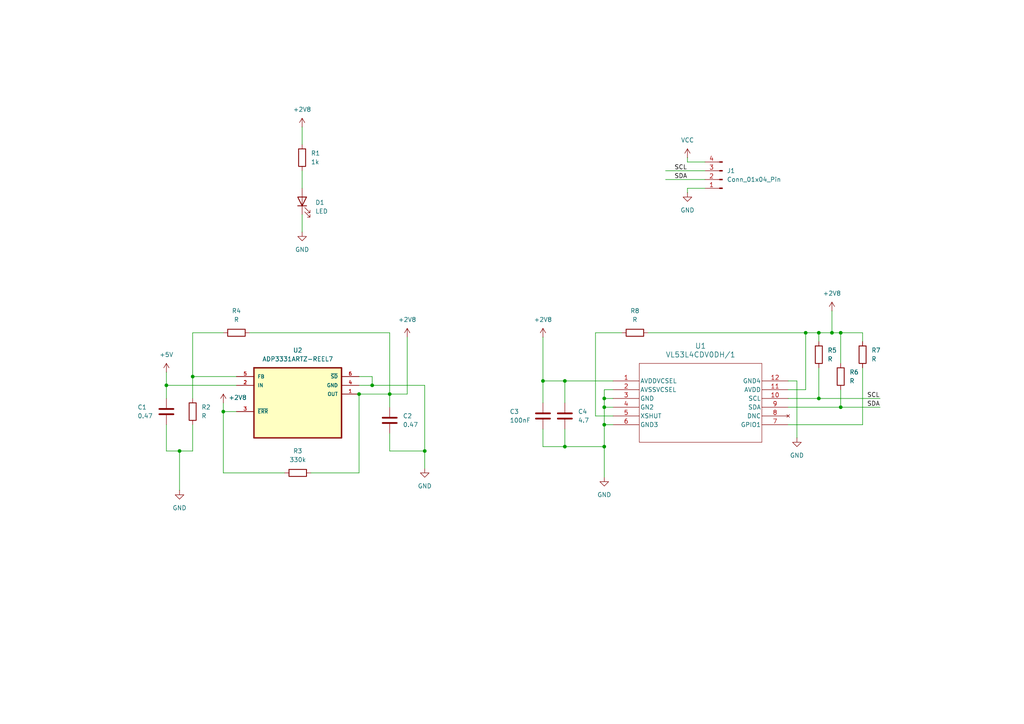
<source format=kicad_sch>
(kicad_sch (version 20250114) (generator "eeschema") (generator_version "9.0")
  (paper "A4")
  (lib_symbols
    (symbol "ADP3331ARTZ-REEL7:ADP3331ARTZ-REEL7" (pin_names (offset 1.016))
      (property "Reference" "U" (at -12.7 11.16 0))
      (property "Value" "ADP3331ARTZ-REEL7" (at -12.7 -14.16 0))
      (symbol "ADP3331ARTZ-REEL7_0_0"
        (rectangle (start -12.7 -10.16) (end 12.7 10.16) (stroke (width 0.41)) (fill (type background)))
        (pin input line (at -17.78 7.62 0) (length 5.08) (name "FB") (number "5"))
        (pin input line (at -17.78 5.08 0) (length 5.08) (name "IN") (number "2"))
        (pin bidirectional line (at -17.78 -2.54 0) (length 5.08) (name "~{ERR}") (number "3"))
        (pin output line (at 17.78 7.62 180) (length 5.08) (name "~{SD}") (number "6"))
        (pin output line (at 17.78 5.08 180) (length 5.08) (name "GND") (number "4"))
        (pin output line (at 17.78 2.54 180) (length 5.08) (name "OUT") (number "1"))
      )
    )
    (symbol "Connector:Conn_01x04_Pin" (pin_names (offset 1.016) (hide yes))
      (property "Reference" "J" (at 0 5.08 0))
      (property "Value" "Conn_01x04_Pin" (at 0 -7.62 0))
      (symbol "Conn_01x04_Pin_1_1"
        (rectangle (start 0.8636 2.667) (end 0 2.413) (stroke (width 0.1524)) (fill (type outline)))
        (rectangle (start 0.8636 0.127) (end 0 -0.127) (stroke (width 0.1524)) (fill (type outline)))
        (rectangle (start 0.8636 -2.413) (end 0 -2.667) (stroke (width 0.1524)) (fill (type outline)))
        (rectangle (start 0.8636 -4.953) (end 0 -5.207) (stroke (width 0.1524)) (fill (type outline)))
        (polyline (pts (xy 1.27 2.54) (xy 0.8636 2.54)) (stroke (width 0.1524)))
        (polyline (pts (xy 1.27 0) (xy 0.8636 0)) (stroke (width 0.1524)))
        (polyline (pts (xy 1.27 -2.54) (xy 0.8636 -2.54)) (stroke (width 0.1524)))
        (polyline (pts (xy 1.27 -5.08) (xy 0.8636 -5.08)) (stroke (width 0.1524)))
        (pin passive line (at 5.08 2.54 180) (length 3.81) (name "Pin_1") (number "1"))
        (pin passive line (at 5.08 0 180) (length 3.81) (name "Pin_2") (number "2"))
        (pin passive line (at 5.08 -2.54 180) (length 3.81) (name "Pin_3") (number "3"))
        (pin passive line (at 5.08 -5.08 180) (length 3.81) (name "Pin_4") (number "4"))
      )
    )
    (symbol "Device:C" (pin_numbers (hide yes)) (pin_names (offset 0.254))
      (property "Reference" "C" (at 0.635 2.54 0))
      (property "Value" "C" (at 0.635 -2.54 0))
      (symbol "C_0_1"
        (polyline (pts (xy -2.032 0.762) (xy 2.032 0.762)) (stroke (width 0.508)))
        (polyline (pts (xy -2.032 -0.762) (xy 2.032 -0.762)) (stroke (width 0.508)))
      )
      (symbol "C_1_1"
        (pin passive line (at 0 3.81 270) (length 2.794) (name "~") (number "1"))
        (pin passive line (at 0 -3.81 90) (length 2.794) (name "~") (number "2"))
      )
    )
    (symbol "Device:LED" (pin_numbers (hide yes)) (pin_names (offset 1.016) (hide yes))
      (property "Reference" "D" (at 0 2.54 0))
      (property "Value" "LED" (at 0 -2.54 0))
      (symbol "LED_0_1"
        (polyline (pts (xy -3.048 -0.762) (xy -4.572 -2.286) (xy -3.81 -2.286) (xy -4.572 -2.286) (xy -4.572 -1.524)))
        (polyline (pts (xy -1.778 -0.762) (xy -3.302 -2.286) (xy -2.54 -2.286) (xy -3.302 -2.286) (xy -3.302 -1.524)))
        (polyline (pts (xy -1.27 0) (xy 1.27 0)))
        (polyline (pts (xy -1.27 -1.27) (xy -1.27 1.27)) (stroke (width 0.254)))
        (polyline (pts (xy 1.27 -1.27) (xy 1.27 1.27) (xy -1.27 0) (xy 1.27 -1.27)) (stroke (width 0.254)))
      )
      (symbol "LED_1_1"
        (pin passive line (at -3.81 0 0) (length 2.54) (name "K") (number "1"))
        (pin passive line (at 3.81 0 180) (length 2.54) (name "A") (number "2"))
      )
    )
    (symbol "Device:R" (pin_numbers (hide yes)) (pin_names (offset 0))
      (property "Reference" "R" (at 2.032 0 90))
      (property "Value" "R" (at 0 0 90))
      (symbol "R_0_1"
        (rectangle (start -1.016 -2.54) (end 1.016 2.54) (stroke (width 0.254)))
      )
      (symbol "R_1_1"
        (pin passive line (at 0 3.81 270) (length 1.27) (name "~") (number "1"))
        (pin passive line (at 0 -3.81 90) (length 1.27) (name "~") (number "2"))
      )
    )
    (symbol "VL53L4CDV9DH/1:VL53L4CDV0DH_1" (pin_names (offset 0.254))
      (property "Reference" "U" (at 25.4 10.16 0))
      (property "Value" "VL53L4CDV0DH/1" (at 25.4 7.62 0))
      (symbol "VL53L4CDV0DH_1_0_1"
        (polyline (pts (xy 7.62 5.08) (xy 7.62 -17.78)) (stroke (width 0.127)))
        (polyline (pts (xy 7.62 -17.78) (xy 43.18 -17.78)) (stroke (width 0.127)))
        (polyline (pts (xy 43.18 5.08) (xy 7.62 5.08)) (stroke (width 0.127)))
        (polyline (pts (xy 43.18 -17.78) (xy 43.18 5.08)) (stroke (width 0.127)))
        (pin power_in line (at 0 0 0) (length 7.62) (name "AVDDVCSEL") (number "1"))
        (pin power_out line (at 0 -2.54 0) (length 7.62) (name "AVSSVCSEL") (number "2"))
        (pin power_out line (at 0 -5.08 0) (length 7.62) (name "GND") (number "3"))
        (pin power_out line (at 0 -7.62 0) (length 7.62) (name "GN2") (number "4"))
        (pin unspecified line (at 0 -10.16 0) (length 7.62) (name "XSHUT") (number "5"))
        (pin power_out line (at 0 -12.7 0) (length 7.62) (name "GND3") (number "6"))
        (pin power_out line (at 50.8 0 180) (length 7.62) (name "GND4") (number "12"))
        (pin power_in line (at 50.8 -2.54 180) (length 7.62) (name "AVDD") (number "11"))
        (pin bidirectional line (at 50.8 -5.08 180) (length 7.62) (name "SCL") (number "10"))
        (pin bidirectional line (at 50.8 -7.62 180) (length 7.62) (name "SDA") (number "9"))
        (pin no_connect line (at 50.8 -10.16 180) (length 7.62) (name "DNC") (number "8"))
        (pin bidirectional line (at 50.8 -12.7 180) (length 7.62) (name "GPIO1") (number "7"))
      )
    )
    (symbol "power:+2V8" (power) (pin_numbers (hide yes)) (pin_names (offset 0) (hide yes))
      (property "Value" "+2V8" (at 0 3.556 0))
      (symbol "+2V8_0_1"
        (polyline (pts (xy -0.762 1.27) (xy 0 2.54)))
        (polyline (pts (xy 0 2.54) (xy 0.762 1.27)))
        (polyline (pts (xy 0 0) (xy 0 2.54)))
      )
      (symbol "+2V8_1_1"
        (pin power_in line (at 0 0 90) (length 0) (name "~") (number "1"))
      )
    )
    (symbol "power:+5V" (power) (pin_numbers (hide yes)) (pin_names (offset 0) (hide yes))
      (property "Value" "+5V" (at 0 3.556 0))
      (symbol "+5V_0_1"
        (polyline (pts (xy -0.762 1.27) (xy 0 2.54)))
        (polyline (pts (xy 0 2.54) (xy 0.762 1.27)))
        (polyline (pts (xy 0 0) (xy 0 2.54)))
      )
      (symbol "+5V_1_1"
        (pin power_in line (at 0 0 90) (length 0) (name "~") (number "1"))
      )
    )
    (symbol "power:GND" (power) (pin_numbers (hide yes)) (pin_names (offset 0) (hide yes))
      (property "Value" "GND" (at 0 -3.81 0))
      (symbol "GND_0_1"
        (polyline (pts (xy 0 0) (xy 0 -1.27) (xy 1.27 -1.27) (xy 0 -2.54) (xy -1.27 -1.27) (xy 0 -1.27)))
      )
      (symbol "GND_1_1"
        (pin power_in line (at 0 0 270) (length 0) (name "~") (number "1"))
      )
    )
    (symbol "power:VCC" (power) (pin_numbers (hide yes)) (pin_names (offset 0) (hide yes))
      (property "Value" "VCC" (at 0 3.556 0))
      (symbol "VCC_0_1"
        (polyline (pts (xy -0.762 1.27) (xy 0 2.54)))
        (polyline (pts (xy 0 2.54) (xy 0.762 1.27)))
        (polyline (pts (xy 0 0) (xy 0 2.54)))
      )
      (symbol "VCC_1_1"
        (pin power_in line (at 0 0 90) (length 0) (name "~") (number "1"))
      )
    )
  )
  (junction (at 107.95 111.76))
  (junction (at 104.14 114.3))
  (junction (at 163.83 110.49))
  (junction (at 175.26 129.54))
  (junction (at 48.26 111.76))
  (junction (at 237.49 115.57))
  (junction (at 233.68 96.52))
  (junction (at 243.84 118.11))
  (junction (at 241.3 96.52))
  (junction (at 113.03 114.3))
  (junction (at 243.84 96.52))
  (junction (at 55.88 109.22))
  (junction (at 175.26 118.11))
  (junction (at 237.49 96.52))
  (junction (at 123.19 130.81))
  (junction (at 175.26 123.19))
  (junction (at 157.48 110.49))
  (junction (at 52.07 130.81))
  (junction (at 64.77 119.38))
  (junction (at 163.83 129.54))
  (junction (at 175.26 115.57))
  (wire (pts (xy 228.6 113.03) (xy 233.68 113.03)))
  (wire (pts (xy 177.8 113.03) (xy 175.26 113.03)))
  (wire (pts (xy 123.19 130.81) (xy 123.19 111.76)))
  (wire (pts (xy 87.63 49.53) (xy 87.63 54.61)))
  (wire (pts (xy 175.26 118.11) (xy 177.8 118.11)))
  (wire (pts (xy 237.49 115.57) (xy 255.27 115.57)))
  (wire (pts (xy 199.39 46.99) (xy 199.39 45.72)))
  (wire (pts (xy 87.63 62.23) (xy 87.63 67.31)))
  (wire (pts (xy 64.77 119.38) (xy 64.77 116.84)))
  (wire (pts (xy 55.88 96.52) (xy 55.88 109.22)))
  (wire (pts (xy 64.77 119.38) (xy 68.58 119.38)))
  (wire (pts (xy 228.6 118.11) (xy 243.84 118.11)))
  (wire (pts (xy 163.83 110.49) (xy 177.8 110.49)))
  (wire (pts (xy 233.68 96.52) (xy 237.49 96.52)))
  (wire (pts (xy 175.26 129.54) (xy 175.26 138.43)))
  (wire (pts (xy 157.48 110.49) (xy 157.48 116.84)))
  (wire (pts (xy 163.83 110.49) (xy 163.83 116.84)))
  (wire (pts (xy 87.63 36.83) (xy 87.63 41.91)))
  (wire (pts (xy 228.6 110.49) (xy 231.14 110.49)))
  (wire (pts (xy 163.83 110.49) (xy 157.48 110.49)))
  (wire (pts (xy 107.95 111.76) (xy 123.19 111.76)))
  (wire (pts (xy 243.84 105.41) (xy 243.84 96.52)))
  (wire (pts (xy 177.8 120.65) (xy 172.72 120.65)))
  (wire (pts (xy 237.49 96.52) (xy 241.3 96.52)))
  (wire (pts (xy 175.26 115.57) (xy 177.8 115.57)))
  (wire (pts (xy 243.84 118.11) (xy 243.84 113.03)))
  (wire (pts (xy 113.03 114.3) (xy 118.11 114.3)))
  (wire (pts (xy 72.39 96.52) (xy 113.03 96.52)))
  (wire (pts (xy 118.11 114.3) (xy 118.11 97.79)))
  (wire (pts (xy 193.04 52.07) (xy 204.47 52.07)))
  (wire (pts (xy 187.96 96.52) (xy 233.68 96.52)))
  (wire (pts (xy 175.26 115.57) (xy 175.26 118.11)))
  (wire (pts (xy 233.68 113.03) (xy 233.68 96.52)))
  (wire (pts (xy 243.84 96.52) (xy 250.19 96.52)))
  (wire (pts (xy 48.26 111.76) (xy 48.26 115.57)))
  (wire (pts (xy 204.47 54.61) (xy 199.39 54.61)))
  (wire (pts (xy 113.03 125.73) (xy 113.03 130.81)))
  (wire (pts (xy 104.14 114.3) (xy 104.14 137.16)))
  (wire (pts (xy 241.3 96.52) (xy 243.84 96.52)))
  (wire (pts (xy 113.03 130.81) (xy 123.19 130.81)))
  (wire (pts (xy 64.77 119.38) (xy 64.77 137.16)))
  (wire (pts (xy 157.48 129.54) (xy 163.83 129.54)))
  (wire (pts (xy 48.26 130.81) (xy 52.07 130.81)))
  (wire (pts (xy 55.88 109.22) (xy 68.58 109.22)))
  (wire (pts (xy 107.95 109.22) (xy 107.95 111.76)))
  (wire (pts (xy 228.6 115.57) (xy 237.49 115.57)))
  (wire (pts (xy 52.07 130.81) (xy 55.88 130.81)))
  (wire (pts (xy 113.03 96.52) (xy 113.03 114.3)))
  (wire (pts (xy 243.84 118.11) (xy 255.27 118.11)))
  (wire (pts (xy 175.26 123.19) (xy 177.8 123.19)))
  (wire (pts (xy 231.14 110.49) (xy 231.14 127)))
  (wire (pts (xy 237.49 115.57) (xy 237.49 106.68)))
  (wire (pts (xy 157.48 124.46) (xy 157.48 129.54)))
  (wire (pts (xy 52.07 130.81) (xy 52.07 142.24)))
  (wire (pts (xy 163.83 124.46) (xy 163.83 129.54)))
  (wire (pts (xy 48.26 111.76) (xy 68.58 111.76)))
  (wire (pts (xy 104.14 109.22) (xy 107.95 109.22)))
  (wire (pts (xy 64.77 137.16) (xy 82.55 137.16)))
  (wire (pts (xy 55.88 123.19) (xy 55.88 130.81)))
  (wire (pts (xy 123.19 135.89) (xy 123.19 130.81)))
  (wire (pts (xy 193.04 49.53) (xy 204.47 49.53)))
  (wire (pts (xy 175.26 118.11) (xy 175.26 123.19)))
  (wire (pts (xy 204.47 46.99) (xy 199.39 46.99)))
  (wire (pts (xy 48.26 107.95) (xy 48.26 111.76)))
  (wire (pts (xy 104.14 111.76) (xy 107.95 111.76)))
  (wire (pts (xy 241.3 90.17) (xy 241.3 96.52)))
  (wire (pts (xy 228.6 123.19) (xy 250.19 123.19)))
  (wire (pts (xy 250.19 96.52) (xy 250.19 99.06)))
  (wire (pts (xy 157.48 97.79) (xy 157.48 110.49)))
  (wire (pts (xy 172.72 120.65) (xy 172.72 96.52)))
  (wire (pts (xy 237.49 96.52) (xy 237.49 99.06)))
  (wire (pts (xy 199.39 54.61) (xy 199.39 55.88)))
  (wire (pts (xy 113.03 114.3) (xy 113.03 118.11)))
  (wire (pts (xy 175.26 123.19) (xy 175.26 129.54)))
  (wire (pts (xy 90.17 137.16) (xy 104.14 137.16)))
  (wire (pts (xy 48.26 130.81) (xy 48.26 123.19)))
  (wire (pts (xy 250.19 123.19) (xy 250.19 106.68)))
  (wire (pts (xy 55.88 115.57) (xy 55.88 109.22)))
  (wire (pts (xy 163.83 129.54) (xy 175.26 129.54)))
  (wire (pts (xy 175.26 113.03) (xy 175.26 115.57)))
  (wire (pts (xy 55.88 96.52) (xy 64.77 96.52)))
  (wire (pts (xy 104.14 114.3) (xy 113.03 114.3)))
  (wire (pts (xy 172.72 96.52) (xy 180.34 96.52)))
  (label "SCL" (at 251.46 115.57 0))
  (label "SDA" (at 251.46 118.11 0))
  (label "SDA" (at 195.58 52.07 0))
  (label "SCL" (at 195.58 49.53 0))
  (symbol (lib_id "Device:R") (at 87.63 45.72 0) (unit 1)
    (property "Reference" "R1" (at 90.17 44.4499 0) (effects (justify left)))
    (property "Value" "1k" (at 90.17 46.9899 0) (effects (justify left)))
    (property "Footprint" "Resistor_SMD:R_0805_2012Metric_Pad1.20x1.40mm_HandSolder" (effects (hide yes)))
    (property "Description" "Resistor" (effects (hide yes)))
  )
  (symbol (lib_id "Device:R") (at 55.88 119.38 180) (unit 1)
    (property "Reference" "R2" (at 58.42 118.1099 0) (effects (justify right)))
    (property "Value" "R" (at 58.42 120.6499 0) (effects (justify right)))
    (property "Footprint" "Resistor_SMD:R_0805_2012Metric_Pad1.20x1.40mm_HandSolder" (effects (hide yes)))
    (property "Description" "Resistor" (effects (hide yes)))
  )
  (symbol (lib_id "Device:R") (at 86.36 137.16 90) (unit 1)
    (property "Reference" "R3" (at 86.36 130.81 90))
    (property "Value" "330k" (at 86.36 133.35 90))
    (property "Footprint" "Resistor_SMD:R_0805_2012Metric_Pad1.20x1.40mm_HandSolder" (effects (hide yes)))
    (property "Description" "Resistor" (effects (hide yes)))
  )
  (symbol (lib_id "Device:C") (at 113.03 121.92 180) (unit 1)
    (property "Reference" "C2" (at 116.84 120.6499 0) (effects (justify right)))
    (property "Value" "0.47" (at 116.84 123.1899 0) (effects (justify right)))
    (property "Footprint" "Capacitor_SMD:C_0805_2012Metric_Pad1.18x1.45mm_HandSolder" (effects (hide yes)))
    (property "Description" "Unpolarized capacitor" (effects (hide yes)))
  )
  (symbol (lib_id "power:+2V8") (at 87.63 36.83 0) (unit 1)
    (property "Reference" "#PWR014" (effects (hide yes)))
    (property "Value" "+2V8" (at 87.63 31.75 0))
    (property "Description" "Power symbol creates a global label with name \"+2V8\"" (effects (hide yes)))
  )
  (symbol (lib_id "power:GND") (at 123.19 135.89 0) (unit 1)
    (property "Reference" "#PWR07" (effects (hide yes)))
    (property "Value" "GND" (at 123.19 140.97 0))
    (property "Description" "Power symbol creates a global label with name \"GND\" , ground" (effects (hide yes)))
  )
  (symbol (lib_id "Device:LED") (at 87.63 58.42 90) (unit 1)
    (property "Reference" "D1" (at 91.44 58.7374 90) (effects (justify right)))
    (property "Value" "LED" (at 91.44 61.2774 90) (effects (justify right)))
    (property "Footprint" "LED_SMD:LED_0805_2012Metric_Pad1.15x1.40mm_HandSolder" (effects (hide yes)))
    (property "Description" "Light emitting diode" (effects (hide yes)))
    (property "Sim.Pins" "1=K 2=A" (effects (hide yes)))
  )
  (symbol (lib_id "Device:R") (at 243.84 109.22 0) (unit 1)
    (property "Reference" "R6" (at 246.38 107.9499 0) (effects (justify left)))
    (property "Value" "R" (at 246.38 110.4899 0) (effects (justify left)))
    (property "Footprint" "Resistor_SMD:R_0805_2012Metric_Pad1.20x1.40mm_HandSolder" (effects (hide yes)))
    (property "Description" "Resistor" (effects (hide yes)))
  )
  (symbol (lib_id "power:GND") (at 231.14 127 0) (unit 1)
    (property "Reference" "#PWR010" (effects (hide yes)))
    (property "Value" "GND" (at 231.14 132.08 0))
    (property "Description" "Power symbol creates a global label with name \"GND\" , ground" (effects (hide yes)))
  )
  (symbol (lib_id "power:GND") (at 87.63 67.31 0) (unit 1)
    (property "Reference" "#PWR04" (effects (hide yes)))
    (property "Value" "GND" (at 87.63 72.39 0))
    (property "Description" "Power symbol creates a global label with name \"GND\" , ground" (effects (hide yes)))
  )
  (symbol (lib_id "power:+2V8") (at 64.77 116.84 0) (unit 1)
    (property "Reference" "#PWR06" (effects (hide yes)))
    (property "Value" "+2V8" (at 66.294 115.316 0) (effects (justify left)))
    (property "Description" "Power symbol creates a global label with name \"+2V8\"" (effects (hide yes)))
  )
  (symbol (lib_id "Device:C") (at 157.48 120.65 0) (unit 1)
    (property "Reference" "C3" (at 147.828 119.38 0) (effects (justify left)))
    (property "Value" "100nF" (at 147.828 121.92 0) (effects (justify left)))
    (property "Footprint" "Capacitor_SMD:C_0805_2012Metric_Pad1.18x1.45mm_HandSolder" (effects (hide yes)))
    (property "Description" "Unpolarized capacitor" (effects (hide yes)))
  )
  (symbol (lib_id "power:GND") (at 199.39 55.88 0) (unit 1)
    (property "Reference" "#PWR02" (effects (hide yes)))
    (property "Value" "GND" (at 199.39 60.96 0))
    (property "Description" "Power symbol creates a global label with name \"GND\" , ground" (effects (hide yes)))
  )
  (symbol (lib_id "Connector:Conn_01x04_Pin") (at 209.55 52.07 180) (unit 1)
    (property "Reference" "J1" (at 210.82 49.5299 0) (effects (justify right)))
    (property "Value" "Conn_01x04_Pin" (at 210.82 52.0699 0) (effects (justify right)))
    (property "Footprint" "Connector_PinSocket_2.54mm:PinSocket_1x04_P2.54mm_Vertical" (effects (hide yes)))
    (property "Description" "Generic connector, single row, 01x04, script generated" (effects (hide yes)))
  )
  (symbol (lib_id "Device:C") (at 48.26 119.38 0) (unit 1)
    (property "Reference" "C1" (at 39.878 118.11 0) (effects (justify left)))
    (property "Value" "0.47" (at 39.878 120.65 0) (effects (justify left)))
    (property "Footprint" "Capacitor_SMD:C_0805_2012Metric_Pad1.18x1.45mm_HandSolder" (effects (hide yes)))
    (property "Description" "Unpolarized capacitor" (effects (hide yes)))
  )
  (symbol (lib_id "VL53L4CDV9DH/1:VL53L4CDV0DH_1") (at 177.8 110.49 0) (unit 1)
    (property "Reference" "U1" (at 203.2 100.33 0) (effects (font (size 1.524 1.524))))
    (property "Value" "VL53L4CDV0DH/1" (at 203.2 102.87 0) (effects (font (size 1.524 1.524))))
    (property "Footprint" "VL53L4CDV0DH-1:LGA12_STM" (effects (hide yes)))
    (property "Datasheet" "https://www.st.com/resource/en/datasheet/vl53l4cd.pdf" (effects (hide yes)))
  )
  (symbol (lib_id "Device:R") (at 237.49 102.87 0) (unit 1)
    (property "Reference" "R5" (at 240.03 101.5999 0) (effects (justify left)))
    (property "Value" "R" (at 240.03 104.1399 0) (effects (justify left)))
    (property "Footprint" "Resistor_SMD:R_0805_2012Metric_Pad1.20x1.40mm_HandSolder" (effects (hide yes)))
    (property "Description" "Resistor" (effects (hide yes)))
  )
  (symbol (lib_id "power:+2V8") (at 157.48 97.79 0) (unit 1)
    (property "Reference" "#PWR012" (effects (hide yes)))
    (property "Value" "+2V8" (at 157.48 92.71 0))
    (property "Description" "Power symbol creates a global label with name \"+2V8\"" (effects (hide yes)))
  )
  (symbol (lib_id "power:+2V8") (at 118.11 97.79 0) (unit 1)
    (property "Reference" "#PWR09" (effects (hide yes)))
    (property "Value" "+2V8" (at 118.11 92.71 0))
    (property "Description" "Power symbol creates a global label with name \"+2V8\"" (effects (hide yes)))
  )
  (symbol (lib_id "power:+5V") (at 48.26 107.95 0) (unit 1)
    (property "Reference" "#PWR05" (effects (hide yes)))
    (property "Value" "+5V" (at 48.26 102.87 0))
    (property "Description" "Power symbol creates a global label with name \"+5V\"" (effects (hide yes)))
  )
  (symbol (lib_id "power:VCC") (at 199.39 45.72 0) (unit 1)
    (property "Reference" "#PWR01" (effects (hide yes)))
    (property "Value" "VCC" (at 199.39 40.64 0))
    (property "Description" "Power symbol creates a global label with name \"VCC\"" (effects (hide yes)))
  )
  (symbol (lib_id "power:GND") (at 175.26 138.43 0) (unit 1)
    (property "Reference" "#PWR011" (effects (hide yes)))
    (property "Value" "GND" (at 175.26 143.51 0))
    (property "Description" "Power symbol creates a global label with name \"GND\" , ground" (effects (hide yes)))
  )
  (symbol (lib_id "Device:R") (at 68.58 96.52 270) (unit 1)
    (property "Reference" "R4" (at 68.58 90.17 90))
    (property "Value" "R" (at 68.58 92.71 90))
    (property "Footprint" "Resistor_SMD:R_0805_2012Metric_Pad1.20x1.40mm_HandSolder" (effects (hide yes)))
    (property "Description" "Resistor" (effects (hide yes)))
  )
  (symbol (lib_id "ADP3331ARTZ-REEL7:ADP3331ARTZ-REEL7") (at 86.36 116.84 0) (unit 1)
    (property "Reference" "U2" (at 86.36 101.6 0))
    (property "Value" "ADP3331ARTZ-REEL7" (at 86.36 104.14 0))
    (property "Footprint" "ADP3331ARTZ_REEL7:SOT95P280X145-6N" (effects (hide yes)))
  )
  (symbol (lib_id "power:GND") (at 52.07 142.24 0) (unit 1)
    (property "Reference" "#PWR08" (effects (hide yes)))
    (property "Value" "GND" (at 52.07 147.32 0))
    (property "Description" "Power symbol creates a global label with name \"GND\" , ground" (effects (hide yes)))
  )
  (symbol (lib_id "power:+2V8") (at 241.3 90.17 0) (unit 1)
    (property "Reference" "#PWR013" (effects (hide yes)))
    (property "Value" "+2V8" (at 241.3 85.09 0))
    (property "Description" "Power symbol creates a global label with name \"+2V8\"" (effects (hide yes)))
  )
  (symbol (lib_id "Device:R") (at 184.15 96.52 270) (unit 1)
    (property "Reference" "R8" (at 184.15 90.17 90))
    (property "Value" "R" (at 184.15 92.71 90))
    (property "Footprint" "Resistor_SMD:R_0805_2012Metric_Pad1.20x1.40mm_HandSolder" (effects (hide yes)))
    (property "Description" "Resistor" (effects (hide yes)))
  )
  (symbol (lib_id "Device:C") (at 163.83 120.65 0) (unit 1)
    (property "Reference" "C4" (at 167.64 119.3799 0) (effects (justify left)))
    (property "Value" "4.7" (at 167.64 121.9199 0) (effects (justify left)))
    (property "Footprint" "Capacitor_SMD:C_0805_2012Metric_Pad1.18x1.45mm_HandSolder" (effects (hide yes)))
    (property "Description" "Unpolarized capacitor" (effects (hide yes)))
  )
  (symbol (lib_id "Device:R") (at 250.19 102.87 0) (unit 1)
    (property "Reference" "R7" (at 252.73 101.5999 0) (effects (justify left)))
    (property "Value" "R" (at 252.73 104.1399 0) (effects (justify left)))
    (property "Footprint" "Resistor_SMD:R_0805_2012Metric_Pad1.20x1.40mm_HandSolder" (effects (hide yes)))
    (property "Description" "Resistor" (effects (hide yes)))
  )
)
</source>
